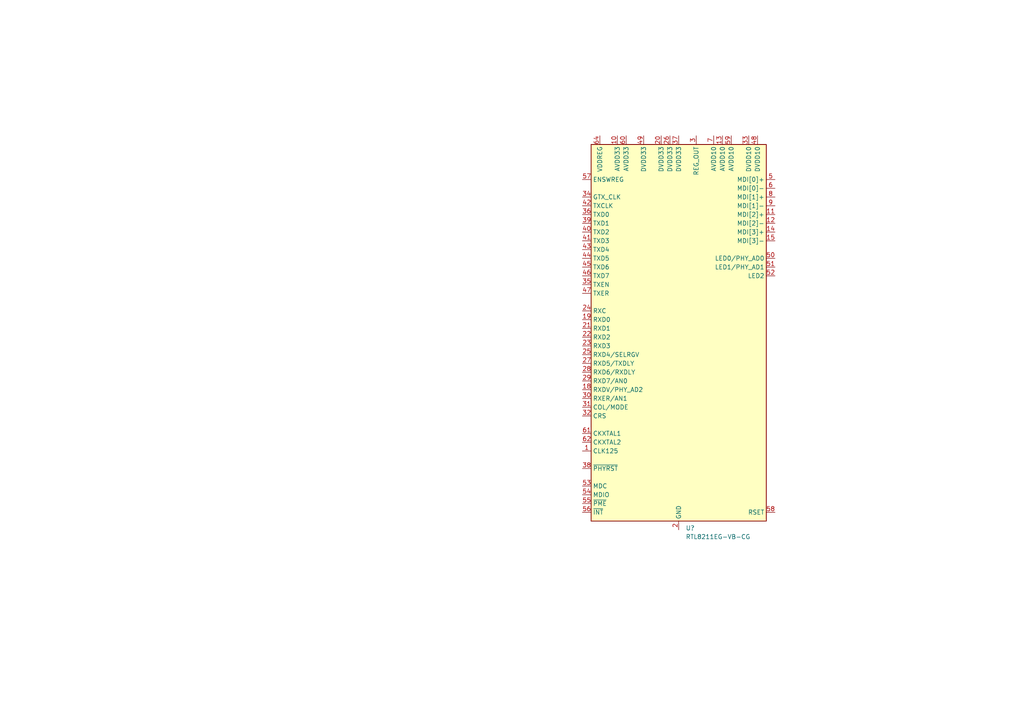
<source format=kicad_sch>
(kicad_sch (version 20211123) (generator eeschema)
  (paper "A4")
  (lib_symbols
    (symbol "Interface_Ethernet:RTL8211EG-VB-CG"
      (property "Reference" "U" (at 22.86 -58.42 0))
      (property "Value" "RTL8211EG-VB-CG" (at -15.24 -58.42 0))
      (symbol "RTL8211EG-VB-CG_0_1"
        (rectangle (start -25.4 53.34) (end 25.4 -55.88) (stroke (width 0.254)) (fill (type background)))
      )
      (symbol "RTL8211EG-VB-CG_1_1"
        (pin output line (at -27.94 -35.56 0) (length 2.54) (name "CLK125") (number "1"))
        (pin power_in line (at -17.78 55.88 270) (length 2.54) (name "AVDD33") (number "10"))
        (pin bidirectional line (at 27.94 33.02 180) (length 2.54) (name "MDI[2]+") (number "11"))
        (pin bidirectional line (at 27.94 30.48 180) (length 2.54) (name "MDI[2]-") (number "12"))
        (pin power_in line (at 12.7 55.88 270) (length 2.54) (name "AVDD10") (number "13"))
        (pin bidirectional line (at 27.94 27.94 180) (length 2.54) (name "MDI[3]+") (number "14"))
        (pin bidirectional line (at 27.94 25.4 180) (length 2.54) (name "MDI[3]-") (number "15"))
        (pin no_connect line (at 25.4 5.08 180) (length 2.54) hide (name "NC") (number "16"))
        (pin no_connect line (at 25.4 2.54 180) (length 2.54) hide (name "NC") (number "17"))
        (pin bidirectional line (at -27.94 -17.78 0) (length 2.54) (name "RXDV/PHY_AD2") (number "18"))
        (pin output line (at -27.94 2.54 0) (length 2.54) (name "RXD0") (number "19"))
        (pin power_in line (at 0 -58.42 90) (length 2.54) (name "GND") (number "2"))
        (pin power_in line (at -5.08 55.88 270) (length 2.54) (name "DVDD33") (number "20"))
        (pin output line (at -27.94 0 0) (length 2.54) (name "RXD1") (number "21"))
        (pin output line (at -27.94 -2.54 0) (length 2.54) (name "RXD2") (number "22"))
        (pin output line (at -27.94 -5.08 0) (length 2.54) (name "RXD3") (number "23"))
        (pin output line (at -27.94 5.08 0) (length 2.54) (name "RXC") (number "24"))
        (pin bidirectional line (at -27.94 -7.62 0) (length 2.54) (name "RXD4/SELRGV") (number "25"))
        (pin power_in line (at -2.54 55.88 270) (length 2.54) (name "DVDD33") (number "26"))
        (pin bidirectional line (at -27.94 -10.16 0) (length 2.54) (name "RXD5/TXDLY") (number "27"))
        (pin bidirectional line (at -27.94 -12.7 0) (length 2.54) (name "RXD6/RXDLY") (number "28"))
        (pin bidirectional line (at -27.94 -15.24 0) (length 2.54) (name "RXD7/AN0") (number "29"))
        (pin power_out line (at 5.08 55.88 270) (length 2.54) (name "REG_OUT") (number "3"))
        (pin bidirectional line (at -27.94 -20.32 0) (length 2.54) (name "RXER/AN1") (number "30"))
        (pin bidirectional line (at -27.94 -22.86 0) (length 2.54) (name "COL/MODE") (number "31"))
        (pin output line (at -27.94 -25.4 0) (length 2.54) (name "CRS") (number "32"))
        (pin power_in line (at 20.32 55.88 270) (length 2.54) (name "DVDD10") (number "33"))
        (pin input line (at -27.94 38.1 0) (length 2.54) (name "GTX_CLK") (number "34"))
        (pin input line (at -27.94 12.7 0) (length 2.54) (name "TXEN") (number "35"))
        (pin input line (at -27.94 33.02 0) (length 2.54) (name "TXD0") (number "36"))
        (pin power_in line (at 0 55.88 270) (length 2.54) (name "DVDD33") (number "37"))
        (pin input line (at -27.94 -40.64 0) (length 2.54) (name "~{PHYRST}") (number "38"))
        (pin input line (at -27.94 30.48 0) (length 2.54) (name "TXD1") (number "39"))
        (pin passive line (at 0 -58.42 90) (length 2.54) hide (name "GND") (number "4"))
        (pin input line (at -27.94 27.94 0) (length 2.54) (name "TXD2") (number "40"))
        (pin input line (at -27.94 25.4 0) (length 2.54) (name "TXD3") (number "41"))
        (pin output line (at -27.94 35.56 0) (length 2.54) (name "TXCLK") (number "42"))
        (pin input line (at -27.94 22.86 0) (length 2.54) (name "TXD4") (number "43"))
        (pin input line (at -27.94 20.32 0) (length 2.54) (name "TXD5") (number "44"))
        (pin input line (at -27.94 17.78 0) (length 2.54) (name "TXD6") (number "45"))
        (pin input line (at -27.94 15.24 0) (length 2.54) (name "TXD7") (number "46"))
        (pin input line (at -27.94 10.16 0) (length 2.54) (name "TXER") (number "47"))
        (pin power_in line (at 22.86 55.88 270) (length 2.54) (name "DVDD10") (number "48"))
        (pin power_in line (at -10.16 55.88 270) (length 2.54) (name "DVDD33") (number "49"))
        (pin bidirectional line (at 27.94 43.18 180) (length 2.54) (name "MDI[0]+") (number "5"))
        (pin bidirectional line (at 27.94 20.32 180) (length 2.54) (name "LED0/PHY_AD0") (number "50"))
        (pin bidirectional line (at 27.94 17.78 180) (length 2.54) (name "LED1/PHY_AD1") (number "51"))
        (pin bidirectional line (at 27.94 15.24 180) (length 2.54) (name "LED2") (number "52"))
        (pin input line (at -27.94 -45.72 0) (length 2.54) (name "MDC") (number "53"))
        (pin bidirectional line (at -27.94 -48.26 0) (length 2.54) (name "MDIO") (number "54"))
        (pin open_collector line (at -27.94 -50.8 0) (length 2.54) (name "~{PME}") (number "55"))
        (pin open_collector line (at -27.94 -53.34 0) (length 2.54) (name "~{INT}") (number "56"))
        (pin input line (at -27.94 43.18 0) (length 2.54) (name "ENSWREG") (number "57"))
        (pin passive line (at 27.94 -53.34 180) (length 2.54) (name "RSET") (number "58"))
        (pin power_in line (at 15.24 55.88 270) (length 2.54) (name "AVDD10") (number "59"))
        (pin bidirectional line (at 27.94 40.64 180) (length 2.54) (name "MDI[0]-") (number "6"))
        (pin power_in line (at -15.24 55.88 270) (length 2.54) (name "AVDD33") (number "60"))
        (pin input line (at -27.94 -30.48 0) (length 2.54) (name "CKXTAL1") (number "61"))
        (pin output line (at -27.94 -33.02 0) (length 2.54) (name "CKXTAL2") (number "62"))
        (pin passive line (at 0 -58.42 90) (length 2.54) hide (name "GND") (number "63"))
        (pin power_in line (at -22.86 55.88 270) (length 2.54) (name "VDDREG") (number "64"))
        (pin passive line (at 0 -58.42 90) (length 2.54) hide (name "GND") (number "65"))
        (pin power_in line (at 10.16 55.88 270) (length 2.54) (name "AVDD10") (number "7"))
        (pin bidirectional line (at 27.94 38.1 180) (length 2.54) (name "MDI[1]+") (number "8"))
        (pin bidirectional line (at 27.94 35.56 180) (length 2.54) (name "MDI[1]-") (number "9"))
      )
    )
  )
  (symbol (lib_id "Interface_Ethernet:RTL8211EG-VB-CG") (at 196.85 95.25 0) (unit 1)
    (property "Reference" "U?" (at 198.8694 153.1604 0) (effects (justify left)))
    (property "Value" "RTL8211EG-VB-CG" (at 198.8694 155.6973 0) (effects (justify left)))
    (property "Footprint" "Package_DFN_QFN:QFN-64-1EP_9x9mm_P0.5mm_EP3.8x3.8mm" (effects hide))
    (property "Datasheet" "https://datasheet.lcsc.com/szlcsc/Realtek-Semicon-RTL8211EG-VB-CG_C69264.pdf" (effects hide))
  )
)
</source>
